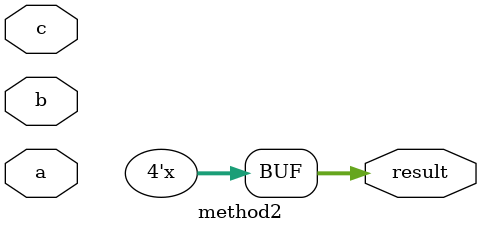
<source format=v>
`timescale 1ns / 1ps
module method2( a, b, c, result);
    input [1:0] a;
     input [1:0] b;
     input [1:0] c;
    
    output reg [3:0] result;
    reg [1:0] smallest;

    always @(a or b or c) begin
        if (a < b && a < c) begin
            smallest <= a;
        end else if (b < a && b < c) begin
            smallest <= b;
        end else begin
            smallest <= c;
        end
        
        result <= a + b + c - smallest;
    end
    
    endmodule

</source>
